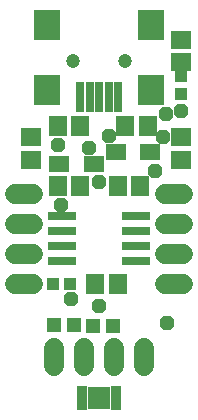
<source format=gts>
G75*
%MOIN*%
%OFA0B0*%
%FSLAX24Y24*%
%IPPOS*%
%LPD*%
%AMOC8*
5,1,8,0,0,1.08239X$1,22.5*
%
%ADD10R,0.0592X0.0671*%
%ADD11R,0.0671X0.0552*%
%ADD12R,0.0946X0.0277*%
%ADD13C,0.0680*%
%ADD14R,0.0671X0.0592*%
%ADD15R,0.0395X0.0395*%
%ADD16R,0.0867X0.1025*%
%ADD17R,0.0277X0.0989*%
%ADD18C,0.0474*%
%ADD19R,0.0360X0.0200*%
%ADD20R,0.0770X0.0730*%
%ADD21R,0.0474X0.0513*%
%ADD22OC8,0.0476*%
D10*
X003306Y005793D03*
X004054Y005793D03*
X004056Y009043D03*
X004804Y009043D03*
X005054Y011043D03*
X004306Y011043D03*
X002804Y011043D03*
X002056Y011043D03*
X002056Y009043D03*
X002804Y009043D03*
D11*
X003251Y009793D03*
X003984Y010168D03*
X005126Y010168D03*
X002109Y009793D03*
D12*
X002188Y008043D03*
X002188Y007547D03*
X002188Y007047D03*
X002188Y006547D03*
X004672Y006543D03*
X004672Y007043D03*
X004672Y007543D03*
X004672Y008043D03*
D13*
X001930Y003648D02*
X001930Y003048D01*
X002930Y003048D02*
X002930Y003648D01*
X003930Y003648D02*
X003930Y003048D01*
X004930Y003048D02*
X004930Y003648D01*
X005630Y005793D02*
X006230Y005793D01*
X006230Y006793D02*
X005630Y006793D01*
X005630Y007793D02*
X006230Y007793D01*
X006230Y008793D02*
X005630Y008793D01*
X001230Y008793D02*
X000630Y008793D01*
X000630Y007793D02*
X001230Y007793D01*
X001230Y006793D02*
X000630Y006793D01*
X000630Y005793D02*
X001230Y005793D01*
D14*
X001180Y009919D03*
X001180Y010667D03*
X006180Y010667D03*
X006180Y009919D03*
X006180Y013169D03*
X006180Y013917D03*
D15*
X006180Y012714D03*
X006180Y012123D03*
X002475Y005793D03*
X001885Y005793D03*
D16*
X001703Y012245D03*
X001703Y014411D03*
X005167Y014411D03*
X005167Y012245D03*
D17*
X004065Y012023D03*
X003750Y012023D03*
X003435Y012023D03*
X003120Y012023D03*
X002805Y012023D03*
D18*
X002569Y013230D03*
X004301Y013230D03*
D19*
X004013Y002283D03*
X004013Y002083D03*
X004013Y001883D03*
X004013Y001683D03*
X002873Y001683D03*
X002873Y001883D03*
X002873Y002083D03*
X002873Y002283D03*
D20*
X003443Y001983D03*
D21*
X003220Y004398D03*
X002607Y004406D03*
X001938Y004406D03*
X003890Y004398D03*
D22*
X003430Y005043D03*
X002490Y005298D03*
X002180Y008418D03*
X002055Y010418D03*
X003083Y010316D03*
X003430Y009168D03*
X003780Y010721D03*
X005305Y009543D03*
X005555Y010668D03*
X005670Y011461D03*
X006180Y011543D03*
X005715Y004486D03*
M02*

</source>
